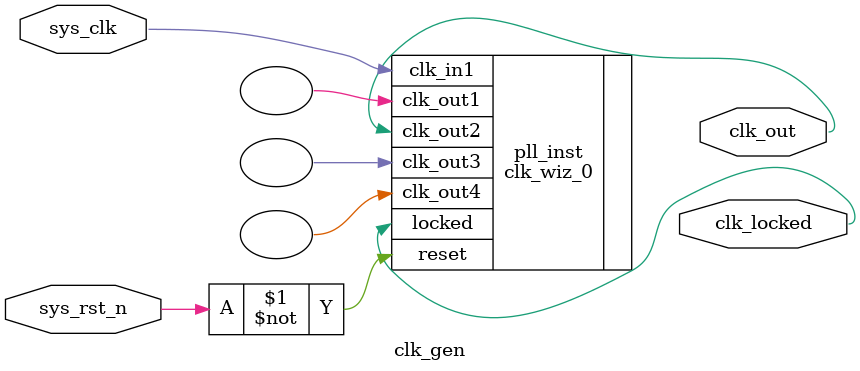
<source format=v>
`timescale 1ns / 1ps
module clk_gen(
    input sys_clk,
    input sys_rst_n,
    output clk_out,
    output clk_locked
);   

   clk_wiz_0 pll_inst
   (
    // Clock out ports
    .clk_out1(),     // 21.175Mhz for 640x480(60hz)
    .clk_out2(clk_out),     // 40.0Mhz for 800x600(60hz)
    .clk_out3(),     // 65.0Mhz for 1024x768(60hz)
    .clk_out4(),     // 108.0Mhz for 1280x1024(60hz)
    // Status and control signals
    .reset(~sys_rst_n), // input reset
    .locked(clk_locked),       // output locked
   // Clock in ports
    .clk_in1(sys_clk));      // input clk_in1
// INST_TAG_END ------ End INSTANTIATION Template ---------

endmodule
</source>
